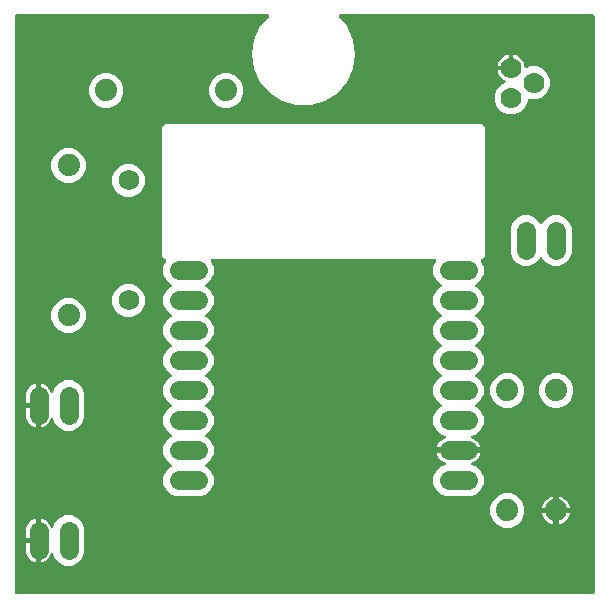
<source format=gbl>
G04 EAGLE Gerber X2 export*
%TF.Part,Single*%
%TF.FileFunction,Other,Bottom Copper Layer*%
%TF.FilePolarity,Positive*%
%TF.GenerationSoftware,Autodesk,EAGLE,9.1.3*%
%TF.CreationDate,2018-09-11T16:53:11Z*%
G75*
%MOMM*%
%FSLAX34Y34*%
%LPD*%
%AMOC8*
5,1,8,0,0,1.08239X$1,22.5*%
G01*
%ADD10C,1.609600*%
%ADD11C,1.879600*%
%ADD12C,1.625600*%
%ADD13C,1.778000*%
%ADD14C,1.727200*%

G36*
X495037Y5096D02*
X495037Y5096D01*
X495156Y5103D01*
X495194Y5116D01*
X495235Y5121D01*
X495345Y5164D01*
X495458Y5201D01*
X495493Y5223D01*
X495530Y5238D01*
X495626Y5308D01*
X495727Y5371D01*
X495755Y5401D01*
X495788Y5424D01*
X495864Y5516D01*
X495945Y5603D01*
X495965Y5638D01*
X495990Y5669D01*
X496041Y5777D01*
X496099Y5881D01*
X496109Y5921D01*
X496126Y5957D01*
X496148Y6074D01*
X496178Y6189D01*
X496182Y6250D01*
X496186Y6270D01*
X496184Y6290D01*
X496188Y6350D01*
X496188Y494919D01*
X496173Y495037D01*
X496166Y495156D01*
X496153Y495194D01*
X496148Y495235D01*
X496105Y495345D01*
X496068Y495458D01*
X496046Y495493D01*
X496031Y495530D01*
X495962Y495626D01*
X495898Y495727D01*
X495868Y495755D01*
X495845Y495788D01*
X495753Y495864D01*
X495666Y495945D01*
X495631Y495965D01*
X495600Y495990D01*
X495492Y496041D01*
X495388Y496099D01*
X495348Y496109D01*
X495312Y496126D01*
X495195Y496148D01*
X495080Y496178D01*
X495020Y496182D01*
X495000Y496186D01*
X494979Y496184D01*
X494919Y496188D01*
X280820Y496188D01*
X280727Y496176D01*
X280633Y496174D01*
X280570Y496157D01*
X280505Y496148D01*
X280417Y496114D01*
X280327Y496088D01*
X280270Y496055D01*
X280209Y496031D01*
X280133Y495976D01*
X280051Y495929D01*
X280005Y495883D01*
X279952Y495845D01*
X279892Y495772D01*
X279825Y495706D01*
X279791Y495650D01*
X279749Y495600D01*
X279709Y495515D01*
X279660Y495434D01*
X279641Y495371D01*
X279613Y495312D01*
X279596Y495220D01*
X279568Y495129D01*
X279566Y495064D01*
X279553Y495000D01*
X279559Y494906D01*
X279555Y494812D01*
X279569Y494747D01*
X279573Y494682D01*
X279602Y494593D01*
X279622Y494501D01*
X279651Y494442D01*
X279671Y494380D01*
X279721Y494300D01*
X279763Y494216D01*
X279832Y494126D01*
X279841Y494111D01*
X279848Y494104D01*
X279861Y494088D01*
X286742Y486147D01*
X291906Y474839D01*
X293675Y462534D01*
X291906Y450229D01*
X286742Y438921D01*
X278601Y429526D01*
X268143Y422805D01*
X256215Y419303D01*
X243784Y419303D01*
X231856Y422805D01*
X221398Y429526D01*
X213257Y438921D01*
X208093Y450229D01*
X206324Y462534D01*
X208093Y474839D01*
X213257Y486147D01*
X220138Y494088D01*
X220190Y494166D01*
X220250Y494238D01*
X220278Y494298D01*
X220315Y494352D01*
X220346Y494441D01*
X220386Y494526D01*
X220398Y494591D01*
X220420Y494652D01*
X220428Y494746D01*
X220446Y494839D01*
X220441Y494904D01*
X220447Y494969D01*
X220432Y495062D01*
X220426Y495156D01*
X220406Y495218D01*
X220395Y495283D01*
X220357Y495369D01*
X220328Y495458D01*
X220293Y495514D01*
X220266Y495574D01*
X220208Y495648D01*
X220158Y495727D01*
X220110Y495772D01*
X220069Y495824D01*
X219994Y495881D01*
X219926Y495945D01*
X219869Y495977D01*
X219816Y496017D01*
X219730Y496053D01*
X219647Y496099D01*
X219584Y496115D01*
X219524Y496141D01*
X219430Y496155D01*
X219340Y496178D01*
X219227Y496185D01*
X219209Y496188D01*
X219200Y496187D01*
X219179Y496188D01*
X6350Y496188D01*
X6232Y496173D01*
X6113Y496166D01*
X6075Y496153D01*
X6034Y496148D01*
X5924Y496105D01*
X5811Y496068D01*
X5776Y496046D01*
X5739Y496031D01*
X5643Y495962D01*
X5542Y495898D01*
X5514Y495868D01*
X5481Y495845D01*
X5405Y495753D01*
X5324Y495666D01*
X5304Y495631D01*
X5279Y495600D01*
X5228Y495492D01*
X5170Y495388D01*
X5160Y495348D01*
X5143Y495312D01*
X5121Y495195D01*
X5091Y495080D01*
X5087Y495020D01*
X5083Y495000D01*
X5085Y494979D01*
X5081Y494919D01*
X5081Y6350D01*
X5096Y6232D01*
X5103Y6113D01*
X5116Y6075D01*
X5121Y6034D01*
X5164Y5924D01*
X5201Y5811D01*
X5223Y5776D01*
X5238Y5739D01*
X5308Y5643D01*
X5371Y5542D01*
X5401Y5514D01*
X5424Y5481D01*
X5516Y5406D01*
X5603Y5324D01*
X5638Y5304D01*
X5669Y5279D01*
X5777Y5228D01*
X5881Y5170D01*
X5921Y5160D01*
X5957Y5143D01*
X6074Y5121D01*
X6189Y5091D01*
X6250Y5087D01*
X6270Y5083D01*
X6290Y5085D01*
X6350Y5081D01*
X494919Y5081D01*
X495037Y5096D01*
G37*
%LPC*%
G36*
X141645Y88391D02*
X141645Y88391D01*
X136790Y90402D01*
X133074Y94118D01*
X131063Y98973D01*
X131063Y104227D01*
X133074Y109082D01*
X136790Y112798D01*
X137585Y113127D01*
X137706Y113196D01*
X137829Y113261D01*
X137844Y113275D01*
X137862Y113285D01*
X137962Y113382D01*
X138064Y113475D01*
X138076Y113492D01*
X138090Y113506D01*
X138163Y113625D01*
X138239Y113741D01*
X138246Y113760D01*
X138256Y113777D01*
X138297Y113910D01*
X138342Y114042D01*
X138344Y114062D01*
X138350Y114081D01*
X138357Y114220D01*
X138368Y114359D01*
X138364Y114379D01*
X138365Y114399D01*
X138337Y114535D01*
X138313Y114672D01*
X138305Y114691D01*
X138301Y114710D01*
X138240Y114835D01*
X138183Y114962D01*
X138170Y114978D01*
X138161Y114996D01*
X138071Y115102D01*
X137984Y115210D01*
X137968Y115223D01*
X137955Y115238D01*
X137841Y115318D01*
X137730Y115402D01*
X137705Y115414D01*
X137695Y115421D01*
X137676Y115428D01*
X137585Y115473D01*
X136790Y115802D01*
X133074Y119518D01*
X131063Y124373D01*
X131063Y129627D01*
X133074Y134482D01*
X136790Y138198D01*
X137585Y138527D01*
X137706Y138596D01*
X137829Y138661D01*
X137844Y138675D01*
X137862Y138685D01*
X137962Y138782D01*
X138064Y138875D01*
X138076Y138892D01*
X138090Y138906D01*
X138163Y139025D01*
X138239Y139141D01*
X138246Y139160D01*
X138256Y139177D01*
X138297Y139310D01*
X138342Y139442D01*
X138344Y139462D01*
X138350Y139481D01*
X138357Y139620D01*
X138368Y139759D01*
X138364Y139779D01*
X138365Y139799D01*
X138337Y139935D01*
X138313Y140072D01*
X138305Y140091D01*
X138301Y140110D01*
X138240Y140235D01*
X138183Y140362D01*
X138170Y140378D01*
X138161Y140396D01*
X138071Y140502D01*
X137984Y140610D01*
X137968Y140623D01*
X137955Y140638D01*
X137841Y140718D01*
X137730Y140802D01*
X137705Y140814D01*
X137695Y140821D01*
X137676Y140828D01*
X137585Y140873D01*
X136790Y141202D01*
X133074Y144918D01*
X131063Y149773D01*
X131063Y155027D01*
X133074Y159882D01*
X136790Y163598D01*
X137585Y163927D01*
X137706Y163996D01*
X137829Y164061D01*
X137844Y164075D01*
X137862Y164085D01*
X137962Y164182D01*
X138064Y164275D01*
X138076Y164292D01*
X138090Y164306D01*
X138163Y164425D01*
X138239Y164541D01*
X138246Y164560D01*
X138256Y164577D01*
X138297Y164710D01*
X138342Y164842D01*
X138344Y164862D01*
X138350Y164881D01*
X138357Y165020D01*
X138368Y165159D01*
X138364Y165179D01*
X138365Y165199D01*
X138337Y165335D01*
X138313Y165472D01*
X138305Y165491D01*
X138301Y165510D01*
X138240Y165635D01*
X138183Y165762D01*
X138170Y165778D01*
X138161Y165796D01*
X138071Y165902D01*
X137984Y166010D01*
X137968Y166023D01*
X137955Y166038D01*
X137841Y166118D01*
X137730Y166202D01*
X137705Y166214D01*
X137695Y166221D01*
X137676Y166228D01*
X137585Y166273D01*
X136790Y166602D01*
X133074Y170318D01*
X131063Y175173D01*
X131063Y180427D01*
X133074Y185282D01*
X136790Y188998D01*
X137585Y189327D01*
X137706Y189396D01*
X137829Y189461D01*
X137844Y189475D01*
X137862Y189485D01*
X137962Y189582D01*
X138064Y189675D01*
X138076Y189692D01*
X138090Y189706D01*
X138163Y189825D01*
X138239Y189941D01*
X138246Y189960D01*
X138256Y189977D01*
X138297Y190110D01*
X138342Y190242D01*
X138344Y190262D01*
X138350Y190281D01*
X138357Y190420D01*
X138368Y190559D01*
X138364Y190579D01*
X138365Y190599D01*
X138337Y190735D01*
X138313Y190872D01*
X138305Y190891D01*
X138301Y190910D01*
X138240Y191035D01*
X138183Y191162D01*
X138170Y191178D01*
X138161Y191196D01*
X138071Y191302D01*
X137984Y191410D01*
X137968Y191423D01*
X137955Y191438D01*
X137841Y191518D01*
X137730Y191602D01*
X137705Y191614D01*
X137695Y191621D01*
X137676Y191628D01*
X137585Y191673D01*
X136790Y192002D01*
X133074Y195718D01*
X131063Y200573D01*
X131063Y205827D01*
X133074Y210682D01*
X136790Y214398D01*
X137585Y214727D01*
X137706Y214796D01*
X137829Y214861D01*
X137844Y214875D01*
X137862Y214885D01*
X137962Y214982D01*
X138064Y215075D01*
X138076Y215092D01*
X138090Y215106D01*
X138163Y215225D01*
X138239Y215341D01*
X138246Y215360D01*
X138256Y215377D01*
X138297Y215510D01*
X138342Y215642D01*
X138344Y215662D01*
X138350Y215681D01*
X138357Y215820D01*
X138368Y215959D01*
X138364Y215979D01*
X138365Y215999D01*
X138337Y216135D01*
X138313Y216272D01*
X138305Y216291D01*
X138301Y216310D01*
X138240Y216435D01*
X138183Y216562D01*
X138170Y216578D01*
X138161Y216596D01*
X138071Y216702D01*
X137984Y216810D01*
X137968Y216823D01*
X137955Y216838D01*
X137841Y216918D01*
X137730Y217002D01*
X137705Y217014D01*
X137695Y217021D01*
X137676Y217028D01*
X137585Y217073D01*
X136790Y217402D01*
X133074Y221118D01*
X131063Y225973D01*
X131063Y231227D01*
X133074Y236082D01*
X136790Y239798D01*
X137585Y240127D01*
X137706Y240196D01*
X137829Y240261D01*
X137844Y240275D01*
X137862Y240285D01*
X137962Y240382D01*
X138064Y240475D01*
X138076Y240492D01*
X138090Y240506D01*
X138163Y240625D01*
X138239Y240741D01*
X138246Y240760D01*
X138256Y240777D01*
X138297Y240910D01*
X138342Y241042D01*
X138344Y241062D01*
X138350Y241081D01*
X138357Y241220D01*
X138368Y241359D01*
X138364Y241379D01*
X138365Y241399D01*
X138337Y241535D01*
X138313Y241672D01*
X138305Y241691D01*
X138301Y241710D01*
X138240Y241835D01*
X138183Y241962D01*
X138170Y241978D01*
X138161Y241996D01*
X138071Y242102D01*
X137984Y242210D01*
X137968Y242223D01*
X137955Y242238D01*
X137841Y242318D01*
X137730Y242402D01*
X137705Y242414D01*
X137695Y242421D01*
X137676Y242428D01*
X137585Y242473D01*
X136790Y242802D01*
X133074Y246518D01*
X131063Y251373D01*
X131063Y256627D01*
X133074Y261482D01*
X136790Y265198D01*
X137585Y265527D01*
X137706Y265596D01*
X137829Y265661D01*
X137844Y265675D01*
X137862Y265685D01*
X137962Y265782D01*
X138064Y265875D01*
X138076Y265892D01*
X138090Y265906D01*
X138163Y266025D01*
X138239Y266141D01*
X138246Y266160D01*
X138256Y266177D01*
X138297Y266310D01*
X138342Y266442D01*
X138344Y266462D01*
X138350Y266481D01*
X138357Y266620D01*
X138368Y266759D01*
X138364Y266779D01*
X138365Y266799D01*
X138337Y266935D01*
X138313Y267072D01*
X138305Y267091D01*
X138301Y267110D01*
X138240Y267235D01*
X138183Y267362D01*
X138170Y267378D01*
X138161Y267396D01*
X138071Y267502D01*
X137984Y267610D01*
X137968Y267623D01*
X137955Y267638D01*
X137841Y267718D01*
X137730Y267802D01*
X137705Y267814D01*
X137695Y267821D01*
X137676Y267828D01*
X137585Y267873D01*
X136790Y268202D01*
X133074Y271918D01*
X131063Y276773D01*
X131063Y282027D01*
X133074Y286882D01*
X133076Y286884D01*
X133161Y286994D01*
X133250Y287101D01*
X133259Y287120D01*
X133271Y287136D01*
X133327Y287264D01*
X133386Y287389D01*
X133390Y287409D01*
X133398Y287428D01*
X133420Y287565D01*
X133446Y287702D01*
X133444Y287722D01*
X133448Y287742D01*
X133435Y287880D01*
X133426Y288019D01*
X133420Y288038D01*
X133418Y288058D01*
X133371Y288189D01*
X133328Y288321D01*
X133317Y288339D01*
X133310Y288358D01*
X133232Y288472D01*
X133158Y288590D01*
X133143Y288604D01*
X133132Y288621D01*
X133028Y288713D01*
X132926Y288808D01*
X132908Y288818D01*
X132893Y288831D01*
X132770Y288894D01*
X132648Y288962D01*
X132628Y288967D01*
X132610Y288976D01*
X132474Y289006D01*
X132340Y289041D01*
X132312Y289043D01*
X132300Y289046D01*
X132279Y289045D01*
X132179Y289051D01*
X132087Y289051D01*
X130301Y290837D01*
X130301Y401313D01*
X132087Y403099D01*
X401313Y403099D01*
X403099Y401313D01*
X403099Y290837D01*
X401313Y289051D01*
X401221Y289051D01*
X401083Y289034D01*
X400944Y289021D01*
X400925Y289014D01*
X400905Y289011D01*
X400776Y288960D01*
X400645Y288913D01*
X400629Y288902D01*
X400610Y288894D01*
X400497Y288813D01*
X400382Y288735D01*
X400369Y288719D01*
X400352Y288708D01*
X400264Y288600D01*
X400172Y288496D01*
X400162Y288478D01*
X400150Y288463D01*
X400090Y288337D01*
X400027Y288213D01*
X400023Y288193D01*
X400014Y288175D01*
X399988Y288038D01*
X399957Y287903D01*
X399958Y287882D01*
X399954Y287863D01*
X399963Y287724D01*
X399967Y287585D01*
X399973Y287565D01*
X399974Y287545D01*
X400017Y287413D01*
X400056Y287279D01*
X400066Y287262D01*
X400072Y287243D01*
X400147Y287125D01*
X400217Y287005D01*
X400236Y286984D01*
X400242Y286974D01*
X400257Y286960D01*
X400324Y286884D01*
X400326Y286882D01*
X402337Y282027D01*
X402337Y276773D01*
X400326Y271918D01*
X396610Y268202D01*
X395815Y267873D01*
X395694Y267804D01*
X395571Y267739D01*
X395556Y267725D01*
X395538Y267715D01*
X395438Y267618D01*
X395336Y267525D01*
X395324Y267508D01*
X395310Y267494D01*
X395237Y267375D01*
X395161Y267259D01*
X395154Y267240D01*
X395144Y267223D01*
X395103Y267090D01*
X395058Y266958D01*
X395056Y266938D01*
X395050Y266919D01*
X395043Y266780D01*
X395032Y266641D01*
X395036Y266621D01*
X395035Y266601D01*
X395063Y266465D01*
X395087Y266328D01*
X395095Y266310D01*
X395099Y266290D01*
X395160Y266164D01*
X395217Y266038D01*
X395230Y266022D01*
X395239Y266004D01*
X395330Y265898D01*
X395416Y265790D01*
X395432Y265777D01*
X395445Y265762D01*
X395560Y265681D01*
X395670Y265598D01*
X395695Y265586D01*
X395705Y265579D01*
X395725Y265572D01*
X395815Y265527D01*
X396610Y265198D01*
X400326Y261482D01*
X402337Y256627D01*
X402337Y251373D01*
X400326Y246518D01*
X396610Y242802D01*
X395815Y242473D01*
X395694Y242404D01*
X395571Y242339D01*
X395556Y242325D01*
X395538Y242315D01*
X395438Y242218D01*
X395336Y242125D01*
X395324Y242108D01*
X395310Y242094D01*
X395237Y241975D01*
X395161Y241859D01*
X395154Y241840D01*
X395144Y241823D01*
X395103Y241690D01*
X395058Y241558D01*
X395056Y241538D01*
X395050Y241519D01*
X395043Y241380D01*
X395032Y241241D01*
X395036Y241221D01*
X395035Y241201D01*
X395063Y241065D01*
X395087Y240928D01*
X395095Y240910D01*
X395099Y240890D01*
X395160Y240764D01*
X395217Y240638D01*
X395230Y240622D01*
X395239Y240604D01*
X395330Y240498D01*
X395416Y240390D01*
X395432Y240377D01*
X395445Y240362D01*
X395560Y240281D01*
X395670Y240198D01*
X395695Y240186D01*
X395705Y240179D01*
X395725Y240172D01*
X395815Y240127D01*
X396610Y239798D01*
X400326Y236082D01*
X402337Y231227D01*
X402337Y225973D01*
X400326Y221118D01*
X396610Y217402D01*
X395815Y217073D01*
X395694Y217004D01*
X395571Y216939D01*
X395556Y216925D01*
X395538Y216915D01*
X395438Y216818D01*
X395336Y216725D01*
X395324Y216708D01*
X395310Y216694D01*
X395237Y216575D01*
X395161Y216459D01*
X395154Y216440D01*
X395144Y216423D01*
X395103Y216290D01*
X395058Y216158D01*
X395056Y216138D01*
X395050Y216119D01*
X395043Y215980D01*
X395032Y215841D01*
X395036Y215821D01*
X395035Y215801D01*
X395063Y215665D01*
X395087Y215528D01*
X395095Y215510D01*
X395099Y215490D01*
X395160Y215364D01*
X395217Y215238D01*
X395230Y215222D01*
X395239Y215204D01*
X395330Y215098D01*
X395416Y214990D01*
X395432Y214977D01*
X395445Y214962D01*
X395560Y214881D01*
X395670Y214798D01*
X395695Y214786D01*
X395705Y214779D01*
X395725Y214772D01*
X395815Y214727D01*
X396610Y214398D01*
X400326Y210682D01*
X402337Y205827D01*
X402337Y200573D01*
X400326Y195718D01*
X396610Y192002D01*
X395815Y191673D01*
X395694Y191604D01*
X395571Y191539D01*
X395556Y191525D01*
X395538Y191515D01*
X395438Y191418D01*
X395336Y191325D01*
X395324Y191308D01*
X395310Y191294D01*
X395237Y191175D01*
X395161Y191059D01*
X395154Y191040D01*
X395144Y191023D01*
X395103Y190890D01*
X395058Y190758D01*
X395056Y190738D01*
X395050Y190719D01*
X395043Y190580D01*
X395032Y190441D01*
X395036Y190421D01*
X395035Y190401D01*
X395063Y190265D01*
X395087Y190128D01*
X395095Y190110D01*
X395099Y190090D01*
X395160Y189964D01*
X395217Y189838D01*
X395230Y189822D01*
X395239Y189804D01*
X395330Y189698D01*
X395416Y189590D01*
X395432Y189577D01*
X395445Y189562D01*
X395560Y189481D01*
X395670Y189398D01*
X395695Y189386D01*
X395705Y189379D01*
X395725Y189372D01*
X395815Y189327D01*
X396610Y188998D01*
X400326Y185282D01*
X402337Y180427D01*
X402337Y175173D01*
X400326Y170318D01*
X396610Y166602D01*
X395815Y166273D01*
X395694Y166204D01*
X395571Y166139D01*
X395556Y166125D01*
X395538Y166115D01*
X395438Y166018D01*
X395336Y165925D01*
X395324Y165908D01*
X395310Y165894D01*
X395237Y165775D01*
X395161Y165659D01*
X395154Y165640D01*
X395144Y165623D01*
X395103Y165490D01*
X395058Y165358D01*
X395056Y165338D01*
X395050Y165319D01*
X395043Y165180D01*
X395032Y165041D01*
X395036Y165021D01*
X395035Y165001D01*
X395063Y164865D01*
X395087Y164728D01*
X395095Y164710D01*
X395099Y164690D01*
X395160Y164564D01*
X395217Y164438D01*
X395230Y164422D01*
X395239Y164404D01*
X395330Y164298D01*
X395416Y164190D01*
X395432Y164177D01*
X395445Y164162D01*
X395560Y164081D01*
X395670Y163998D01*
X395695Y163986D01*
X395705Y163979D01*
X395725Y163972D01*
X395815Y163927D01*
X396610Y163598D01*
X400326Y159882D01*
X402337Y155027D01*
X402337Y149773D01*
X400326Y144918D01*
X396610Y141202D01*
X392462Y139484D01*
X392436Y139469D01*
X392407Y139460D01*
X392298Y139390D01*
X392186Y139326D01*
X392164Y139306D01*
X392139Y139290D01*
X392050Y139195D01*
X391957Y139105D01*
X391942Y139080D01*
X391921Y139058D01*
X391859Y138944D01*
X391791Y138834D01*
X391782Y138805D01*
X391768Y138779D01*
X391735Y138653D01*
X391697Y138530D01*
X391696Y138500D01*
X391688Y138471D01*
X391688Y138341D01*
X391682Y138212D01*
X391688Y138183D01*
X391688Y138153D01*
X391720Y138028D01*
X391746Y137901D01*
X391760Y137874D01*
X391767Y137845D01*
X391829Y137732D01*
X391886Y137615D01*
X391906Y137592D01*
X391920Y137566D01*
X392008Y137472D01*
X392093Y137373D01*
X392117Y137356D01*
X392137Y137334D01*
X392247Y137265D01*
X392353Y137190D01*
X392381Y137180D01*
X392406Y137163D01*
X392555Y137104D01*
X393223Y136887D01*
X394720Y136125D01*
X396078Y135138D01*
X397266Y133950D01*
X398253Y132592D01*
X399015Y131095D01*
X399521Y129539D01*
X382270Y129539D01*
X382152Y129524D01*
X382033Y129517D01*
X381995Y129504D01*
X381955Y129499D01*
X381844Y129456D01*
X381731Y129419D01*
X381697Y129397D01*
X381659Y129382D01*
X381563Y129312D01*
X381462Y129249D01*
X381434Y129219D01*
X381402Y129195D01*
X381326Y129104D01*
X381244Y129017D01*
X381225Y128982D01*
X381199Y128951D01*
X381148Y128843D01*
X381091Y128739D01*
X381080Y128699D01*
X381063Y128663D01*
X381041Y128546D01*
X381011Y128431D01*
X381007Y128370D01*
X381003Y128350D01*
X381005Y128330D01*
X381001Y128270D01*
X381001Y125730D01*
X381016Y125612D01*
X381023Y125493D01*
X381036Y125455D01*
X381041Y125414D01*
X381085Y125304D01*
X381121Y125191D01*
X381143Y125156D01*
X381158Y125119D01*
X381228Y125023D01*
X381291Y124922D01*
X381321Y124894D01*
X381345Y124861D01*
X381436Y124786D01*
X381523Y124704D01*
X381558Y124684D01*
X381590Y124659D01*
X381697Y124608D01*
X381802Y124550D01*
X381841Y124540D01*
X381877Y124523D01*
X381994Y124501D01*
X382109Y124471D01*
X382170Y124467D01*
X382190Y124463D01*
X382210Y124465D01*
X382270Y124461D01*
X399521Y124461D01*
X399015Y122905D01*
X398253Y121408D01*
X397266Y120050D01*
X396078Y118862D01*
X394720Y117875D01*
X393223Y117113D01*
X392555Y116896D01*
X392528Y116883D01*
X392499Y116876D01*
X392385Y116816D01*
X392268Y116760D01*
X392245Y116741D01*
X392218Y116727D01*
X392122Y116640D01*
X392023Y116558D01*
X392005Y116534D01*
X391983Y116514D01*
X391911Y116405D01*
X391836Y116301D01*
X391825Y116273D01*
X391808Y116248D01*
X391766Y116125D01*
X391718Y116005D01*
X391715Y115975D01*
X391705Y115947D01*
X391695Y115818D01*
X391678Y115689D01*
X391682Y115660D01*
X391680Y115630D01*
X391702Y115502D01*
X391718Y115374D01*
X391729Y115346D01*
X391734Y115317D01*
X391787Y115199D01*
X391835Y115078D01*
X391852Y115054D01*
X391865Y115027D01*
X391945Y114926D01*
X392022Y114821D01*
X392045Y114802D01*
X392063Y114778D01*
X392167Y114700D01*
X392266Y114618D01*
X392293Y114605D01*
X392317Y114587D01*
X392462Y114516D01*
X396610Y112798D01*
X400326Y109082D01*
X402337Y104227D01*
X402337Y98973D01*
X400326Y94118D01*
X396610Y90402D01*
X391755Y88391D01*
X370245Y88391D01*
X365390Y90402D01*
X361674Y94118D01*
X359663Y98973D01*
X359663Y104227D01*
X361674Y109082D01*
X365390Y112798D01*
X369538Y114516D01*
X369564Y114531D01*
X369593Y114540D01*
X369702Y114610D01*
X369814Y114674D01*
X369836Y114694D01*
X369861Y114710D01*
X369950Y114805D01*
X370043Y114895D01*
X370058Y114920D01*
X370079Y114942D01*
X370141Y115056D01*
X370209Y115166D01*
X370218Y115195D01*
X370232Y115221D01*
X370265Y115347D01*
X370303Y115470D01*
X370304Y115500D01*
X370312Y115529D01*
X370312Y115659D01*
X370318Y115788D01*
X370312Y115817D01*
X370312Y115847D01*
X370280Y115972D01*
X370254Y116099D01*
X370240Y116126D01*
X370233Y116155D01*
X370171Y116268D01*
X370114Y116385D01*
X370094Y116408D01*
X370080Y116434D01*
X369992Y116528D01*
X369907Y116627D01*
X369883Y116644D01*
X369863Y116666D01*
X369753Y116735D01*
X369647Y116810D01*
X369619Y116820D01*
X369594Y116837D01*
X369445Y116896D01*
X368777Y117113D01*
X367280Y117875D01*
X365922Y118862D01*
X364734Y120050D01*
X363747Y121408D01*
X362985Y122905D01*
X362479Y124461D01*
X379730Y124461D01*
X379848Y124476D01*
X379967Y124483D01*
X380005Y124496D01*
X380045Y124501D01*
X380156Y124544D01*
X380269Y124581D01*
X380303Y124603D01*
X380341Y124618D01*
X380437Y124688D01*
X380538Y124751D01*
X380566Y124781D01*
X380598Y124804D01*
X380674Y124896D01*
X380756Y124983D01*
X380775Y125018D01*
X380801Y125049D01*
X380852Y125157D01*
X380909Y125261D01*
X380920Y125301D01*
X380937Y125337D01*
X380959Y125454D01*
X380989Y125569D01*
X380993Y125630D01*
X380997Y125650D01*
X380995Y125670D01*
X380999Y125730D01*
X380999Y128270D01*
X380984Y128388D01*
X380977Y128507D01*
X380964Y128545D01*
X380959Y128585D01*
X380915Y128696D01*
X380879Y128809D01*
X380857Y128844D01*
X380842Y128881D01*
X380772Y128977D01*
X380709Y129078D01*
X380679Y129106D01*
X380655Y129139D01*
X380564Y129214D01*
X380477Y129296D01*
X380442Y129316D01*
X380410Y129341D01*
X380303Y129392D01*
X380198Y129450D01*
X380159Y129460D01*
X380123Y129477D01*
X380006Y129499D01*
X379891Y129529D01*
X379830Y129533D01*
X379810Y129537D01*
X379790Y129535D01*
X379730Y129539D01*
X362479Y129539D01*
X362985Y131095D01*
X363747Y132592D01*
X364734Y133950D01*
X365922Y135138D01*
X367280Y136125D01*
X368777Y136887D01*
X369445Y137104D01*
X369472Y137117D01*
X369501Y137124D01*
X369615Y137184D01*
X369732Y137240D01*
X369755Y137259D01*
X369782Y137273D01*
X369878Y137360D01*
X369977Y137442D01*
X369995Y137466D01*
X370017Y137486D01*
X370089Y137595D01*
X370164Y137699D01*
X370175Y137727D01*
X370192Y137752D01*
X370234Y137875D01*
X370282Y137995D01*
X370285Y138025D01*
X370295Y138053D01*
X370305Y138182D01*
X370322Y138311D01*
X370318Y138340D01*
X370320Y138370D01*
X370298Y138498D01*
X370282Y138626D01*
X370271Y138654D01*
X370266Y138683D01*
X370213Y138801D01*
X370165Y138922D01*
X370148Y138946D01*
X370135Y138973D01*
X370055Y139074D01*
X369978Y139179D01*
X369955Y139198D01*
X369937Y139222D01*
X369833Y139300D01*
X369734Y139382D01*
X369707Y139395D01*
X369683Y139413D01*
X369538Y139484D01*
X365390Y141202D01*
X361674Y144918D01*
X359663Y149773D01*
X359663Y155027D01*
X361674Y159882D01*
X365390Y163598D01*
X366185Y163927D01*
X366306Y163996D01*
X366429Y164061D01*
X366444Y164075D01*
X366462Y164085D01*
X366562Y164182D01*
X366664Y164275D01*
X366676Y164292D01*
X366690Y164306D01*
X366763Y164425D01*
X366839Y164541D01*
X366846Y164560D01*
X366856Y164577D01*
X366897Y164710D01*
X366942Y164842D01*
X366944Y164862D01*
X366950Y164881D01*
X366957Y165020D01*
X366968Y165159D01*
X366964Y165179D01*
X366965Y165199D01*
X366937Y165335D01*
X366913Y165472D01*
X366905Y165491D01*
X366901Y165510D01*
X366840Y165635D01*
X366783Y165762D01*
X366770Y165778D01*
X366761Y165796D01*
X366671Y165902D01*
X366584Y166010D01*
X366568Y166023D01*
X366555Y166038D01*
X366441Y166118D01*
X366330Y166202D01*
X366305Y166214D01*
X366295Y166221D01*
X366276Y166228D01*
X366185Y166273D01*
X365390Y166602D01*
X361674Y170318D01*
X359663Y175173D01*
X359663Y180427D01*
X361674Y185282D01*
X365390Y188998D01*
X366185Y189327D01*
X366306Y189396D01*
X366429Y189461D01*
X366444Y189475D01*
X366462Y189485D01*
X366562Y189582D01*
X366664Y189675D01*
X366676Y189692D01*
X366690Y189706D01*
X366763Y189825D01*
X366839Y189941D01*
X366846Y189960D01*
X366856Y189977D01*
X366897Y190110D01*
X366942Y190242D01*
X366944Y190262D01*
X366950Y190281D01*
X366957Y190420D01*
X366968Y190559D01*
X366964Y190579D01*
X366965Y190599D01*
X366937Y190735D01*
X366913Y190872D01*
X366905Y190891D01*
X366901Y190910D01*
X366840Y191035D01*
X366783Y191162D01*
X366770Y191178D01*
X366761Y191196D01*
X366671Y191302D01*
X366584Y191410D01*
X366568Y191423D01*
X366555Y191438D01*
X366441Y191518D01*
X366330Y191602D01*
X366305Y191614D01*
X366295Y191621D01*
X366276Y191628D01*
X366185Y191673D01*
X365390Y192002D01*
X361674Y195718D01*
X359663Y200573D01*
X359663Y205827D01*
X361674Y210682D01*
X365390Y214398D01*
X366185Y214727D01*
X366306Y214796D01*
X366429Y214861D01*
X366444Y214875D01*
X366462Y214885D01*
X366562Y214982D01*
X366664Y215075D01*
X366676Y215092D01*
X366690Y215106D01*
X366763Y215225D01*
X366839Y215341D01*
X366846Y215360D01*
X366856Y215377D01*
X366897Y215510D01*
X366942Y215642D01*
X366944Y215662D01*
X366950Y215681D01*
X366957Y215820D01*
X366968Y215959D01*
X366964Y215979D01*
X366965Y215999D01*
X366937Y216135D01*
X366913Y216272D01*
X366905Y216291D01*
X366901Y216310D01*
X366840Y216435D01*
X366783Y216562D01*
X366770Y216578D01*
X366761Y216596D01*
X366671Y216702D01*
X366584Y216810D01*
X366568Y216823D01*
X366555Y216838D01*
X366441Y216918D01*
X366330Y217002D01*
X366305Y217014D01*
X366295Y217021D01*
X366276Y217028D01*
X366185Y217073D01*
X365390Y217402D01*
X361674Y221118D01*
X359663Y225973D01*
X359663Y231227D01*
X361674Y236082D01*
X365390Y239798D01*
X366185Y240127D01*
X366306Y240196D01*
X366429Y240261D01*
X366444Y240275D01*
X366462Y240285D01*
X366562Y240382D01*
X366664Y240475D01*
X366676Y240492D01*
X366690Y240506D01*
X366763Y240625D01*
X366839Y240741D01*
X366846Y240760D01*
X366856Y240777D01*
X366897Y240910D01*
X366942Y241042D01*
X366944Y241062D01*
X366950Y241081D01*
X366957Y241220D01*
X366968Y241359D01*
X366964Y241379D01*
X366965Y241399D01*
X366937Y241535D01*
X366913Y241672D01*
X366905Y241691D01*
X366901Y241710D01*
X366840Y241835D01*
X366783Y241962D01*
X366770Y241978D01*
X366761Y241996D01*
X366671Y242102D01*
X366584Y242210D01*
X366568Y242223D01*
X366555Y242238D01*
X366441Y242318D01*
X366330Y242402D01*
X366305Y242414D01*
X366295Y242421D01*
X366276Y242428D01*
X366185Y242473D01*
X365390Y242802D01*
X361674Y246518D01*
X359663Y251373D01*
X359663Y256627D01*
X361674Y261482D01*
X365390Y265198D01*
X366185Y265527D01*
X366306Y265596D01*
X366429Y265661D01*
X366444Y265675D01*
X366462Y265685D01*
X366562Y265782D01*
X366664Y265875D01*
X366676Y265892D01*
X366690Y265906D01*
X366763Y266025D01*
X366839Y266141D01*
X366846Y266160D01*
X366856Y266177D01*
X366897Y266310D01*
X366942Y266442D01*
X366944Y266462D01*
X366950Y266481D01*
X366957Y266620D01*
X366968Y266759D01*
X366964Y266779D01*
X366965Y266799D01*
X366937Y266935D01*
X366913Y267072D01*
X366905Y267091D01*
X366901Y267110D01*
X366840Y267235D01*
X366783Y267362D01*
X366770Y267378D01*
X366761Y267396D01*
X366671Y267502D01*
X366584Y267610D01*
X366568Y267623D01*
X366555Y267638D01*
X366441Y267718D01*
X366330Y267802D01*
X366305Y267814D01*
X366295Y267821D01*
X366276Y267828D01*
X366185Y267873D01*
X365390Y268202D01*
X361674Y271918D01*
X359663Y276773D01*
X359663Y282027D01*
X361674Y286882D01*
X361676Y286884D01*
X361761Y286994D01*
X361850Y287101D01*
X361859Y287120D01*
X361871Y287136D01*
X361927Y287264D01*
X361986Y287389D01*
X361990Y287409D01*
X361998Y287428D01*
X362020Y287565D01*
X362046Y287702D01*
X362044Y287722D01*
X362048Y287742D01*
X362035Y287880D01*
X362026Y288019D01*
X362020Y288038D01*
X362018Y288058D01*
X361971Y288189D01*
X361928Y288321D01*
X361917Y288339D01*
X361910Y288358D01*
X361832Y288472D01*
X361758Y288590D01*
X361743Y288604D01*
X361732Y288621D01*
X361628Y288713D01*
X361526Y288808D01*
X361508Y288818D01*
X361493Y288831D01*
X361370Y288894D01*
X361248Y288962D01*
X361228Y288967D01*
X361210Y288976D01*
X361074Y289006D01*
X360940Y289041D01*
X360912Y289043D01*
X360900Y289046D01*
X360879Y289045D01*
X360779Y289051D01*
X172621Y289051D01*
X172483Y289034D01*
X172344Y289021D01*
X172325Y289014D01*
X172305Y289011D01*
X172176Y288960D01*
X172045Y288913D01*
X172029Y288902D01*
X172010Y288894D01*
X171897Y288813D01*
X171782Y288735D01*
X171769Y288719D01*
X171752Y288708D01*
X171664Y288600D01*
X171572Y288496D01*
X171562Y288478D01*
X171550Y288463D01*
X171490Y288337D01*
X171427Y288213D01*
X171423Y288193D01*
X171414Y288175D01*
X171388Y288038D01*
X171357Y287903D01*
X171358Y287882D01*
X171354Y287863D01*
X171363Y287724D01*
X171367Y287585D01*
X171373Y287565D01*
X171374Y287545D01*
X171417Y287413D01*
X171456Y287279D01*
X171466Y287262D01*
X171472Y287243D01*
X171547Y287125D01*
X171617Y287005D01*
X171636Y286984D01*
X171642Y286974D01*
X171657Y286960D01*
X171724Y286884D01*
X171726Y286882D01*
X173737Y282027D01*
X173737Y276773D01*
X171726Y271918D01*
X168010Y268202D01*
X167215Y267873D01*
X167094Y267804D01*
X166971Y267739D01*
X166956Y267725D01*
X166938Y267715D01*
X166838Y267618D01*
X166736Y267525D01*
X166724Y267508D01*
X166710Y267494D01*
X166637Y267375D01*
X166561Y267259D01*
X166554Y267240D01*
X166544Y267223D01*
X166503Y267090D01*
X166458Y266958D01*
X166456Y266938D01*
X166450Y266919D01*
X166443Y266780D01*
X166432Y266641D01*
X166436Y266621D01*
X166435Y266601D01*
X166463Y266465D01*
X166487Y266328D01*
X166495Y266310D01*
X166499Y266290D01*
X166560Y266164D01*
X166617Y266038D01*
X166630Y266022D01*
X166639Y266004D01*
X166730Y265898D01*
X166816Y265790D01*
X166832Y265777D01*
X166845Y265762D01*
X166960Y265681D01*
X167070Y265598D01*
X167095Y265586D01*
X167105Y265579D01*
X167125Y265572D01*
X167215Y265527D01*
X168010Y265198D01*
X171726Y261482D01*
X173737Y256627D01*
X173737Y251373D01*
X171726Y246518D01*
X168010Y242802D01*
X167215Y242473D01*
X167094Y242404D01*
X166971Y242339D01*
X166956Y242325D01*
X166938Y242315D01*
X166838Y242218D01*
X166736Y242125D01*
X166724Y242108D01*
X166710Y242094D01*
X166637Y241975D01*
X166561Y241859D01*
X166554Y241840D01*
X166544Y241823D01*
X166503Y241690D01*
X166458Y241558D01*
X166456Y241538D01*
X166450Y241519D01*
X166443Y241380D01*
X166432Y241241D01*
X166436Y241221D01*
X166435Y241201D01*
X166463Y241065D01*
X166487Y240928D01*
X166495Y240910D01*
X166499Y240890D01*
X166560Y240764D01*
X166617Y240638D01*
X166630Y240622D01*
X166639Y240604D01*
X166730Y240498D01*
X166816Y240390D01*
X166832Y240377D01*
X166845Y240362D01*
X166960Y240281D01*
X167070Y240198D01*
X167095Y240186D01*
X167105Y240179D01*
X167125Y240172D01*
X167215Y240127D01*
X168010Y239798D01*
X171726Y236082D01*
X173737Y231227D01*
X173737Y225973D01*
X171726Y221118D01*
X168010Y217402D01*
X167215Y217073D01*
X167094Y217004D01*
X166971Y216939D01*
X166956Y216925D01*
X166938Y216915D01*
X166838Y216818D01*
X166736Y216725D01*
X166724Y216708D01*
X166710Y216694D01*
X166637Y216575D01*
X166561Y216459D01*
X166554Y216440D01*
X166544Y216423D01*
X166503Y216290D01*
X166458Y216158D01*
X166456Y216138D01*
X166450Y216119D01*
X166443Y215980D01*
X166432Y215841D01*
X166436Y215821D01*
X166435Y215801D01*
X166463Y215665D01*
X166487Y215528D01*
X166495Y215510D01*
X166499Y215490D01*
X166560Y215364D01*
X166617Y215238D01*
X166630Y215222D01*
X166639Y215204D01*
X166730Y215098D01*
X166816Y214990D01*
X166832Y214977D01*
X166845Y214962D01*
X166960Y214881D01*
X167070Y214798D01*
X167095Y214786D01*
X167105Y214779D01*
X167125Y214772D01*
X167215Y214727D01*
X168010Y214398D01*
X171726Y210682D01*
X173737Y205827D01*
X173737Y200573D01*
X171726Y195718D01*
X168010Y192002D01*
X167215Y191673D01*
X167094Y191604D01*
X166971Y191539D01*
X166956Y191525D01*
X166938Y191515D01*
X166838Y191418D01*
X166736Y191325D01*
X166724Y191308D01*
X166710Y191294D01*
X166637Y191175D01*
X166561Y191059D01*
X166554Y191040D01*
X166544Y191023D01*
X166503Y190890D01*
X166458Y190758D01*
X166456Y190738D01*
X166450Y190719D01*
X166443Y190580D01*
X166432Y190441D01*
X166436Y190421D01*
X166435Y190401D01*
X166463Y190265D01*
X166487Y190128D01*
X166495Y190110D01*
X166499Y190090D01*
X166560Y189964D01*
X166617Y189838D01*
X166630Y189822D01*
X166639Y189804D01*
X166730Y189698D01*
X166816Y189590D01*
X166832Y189577D01*
X166845Y189562D01*
X166960Y189481D01*
X167070Y189398D01*
X167095Y189386D01*
X167105Y189379D01*
X167125Y189372D01*
X167215Y189327D01*
X168010Y188998D01*
X171726Y185282D01*
X173737Y180427D01*
X173737Y175173D01*
X171726Y170318D01*
X168010Y166602D01*
X167215Y166273D01*
X167094Y166204D01*
X166971Y166139D01*
X166956Y166125D01*
X166938Y166115D01*
X166838Y166018D01*
X166736Y165925D01*
X166724Y165908D01*
X166710Y165894D01*
X166637Y165775D01*
X166561Y165659D01*
X166554Y165640D01*
X166544Y165623D01*
X166503Y165490D01*
X166458Y165358D01*
X166456Y165338D01*
X166450Y165319D01*
X166443Y165180D01*
X166432Y165041D01*
X166436Y165021D01*
X166435Y165001D01*
X166463Y164865D01*
X166487Y164728D01*
X166495Y164710D01*
X166499Y164690D01*
X166560Y164564D01*
X166617Y164438D01*
X166630Y164422D01*
X166639Y164404D01*
X166730Y164298D01*
X166816Y164190D01*
X166832Y164177D01*
X166845Y164162D01*
X166960Y164081D01*
X167070Y163998D01*
X167095Y163986D01*
X167105Y163979D01*
X167125Y163972D01*
X167215Y163927D01*
X168010Y163598D01*
X171726Y159882D01*
X173737Y155027D01*
X173737Y149773D01*
X171726Y144918D01*
X168010Y141202D01*
X167215Y140873D01*
X167094Y140804D01*
X166971Y140739D01*
X166956Y140725D01*
X166938Y140715D01*
X166838Y140618D01*
X166736Y140525D01*
X166724Y140508D01*
X166710Y140494D01*
X166637Y140375D01*
X166561Y140259D01*
X166554Y140240D01*
X166544Y140223D01*
X166503Y140090D01*
X166458Y139958D01*
X166456Y139938D01*
X166450Y139919D01*
X166443Y139780D01*
X166432Y139641D01*
X166436Y139621D01*
X166435Y139601D01*
X166463Y139464D01*
X166487Y139328D01*
X166495Y139310D01*
X166499Y139290D01*
X166560Y139164D01*
X166617Y139038D01*
X166630Y139022D01*
X166639Y139004D01*
X166730Y138898D01*
X166816Y138790D01*
X166832Y138777D01*
X166845Y138762D01*
X166960Y138681D01*
X167070Y138598D01*
X167095Y138586D01*
X167105Y138579D01*
X167125Y138572D01*
X167215Y138527D01*
X168010Y138198D01*
X171726Y134482D01*
X173737Y129627D01*
X173737Y124373D01*
X171726Y119518D01*
X168010Y115802D01*
X167215Y115473D01*
X167094Y115404D01*
X166971Y115339D01*
X166956Y115325D01*
X166938Y115315D01*
X166838Y115218D01*
X166736Y115125D01*
X166724Y115108D01*
X166710Y115094D01*
X166637Y114975D01*
X166561Y114859D01*
X166554Y114840D01*
X166544Y114823D01*
X166503Y114690D01*
X166458Y114558D01*
X166456Y114538D01*
X166450Y114519D01*
X166443Y114380D01*
X166432Y114241D01*
X166436Y114221D01*
X166435Y114201D01*
X166463Y114065D01*
X166487Y113928D01*
X166495Y113910D01*
X166499Y113890D01*
X166560Y113764D01*
X166617Y113638D01*
X166630Y113622D01*
X166639Y113604D01*
X166730Y113498D01*
X166816Y113390D01*
X166832Y113377D01*
X166845Y113362D01*
X166960Y113281D01*
X167070Y113198D01*
X167095Y113186D01*
X167105Y113179D01*
X167125Y113172D01*
X167215Y113127D01*
X168010Y112798D01*
X171726Y109082D01*
X173737Y104227D01*
X173737Y98973D01*
X171726Y94118D01*
X168010Y90402D01*
X163155Y88391D01*
X141645Y88391D01*
G37*
%LPD*%
%LPC*%
G36*
X435538Y283623D02*
X435538Y283623D01*
X430713Y285622D01*
X427020Y289315D01*
X425021Y294140D01*
X425021Y315460D01*
X427020Y320285D01*
X430713Y323978D01*
X435538Y325977D01*
X440762Y325977D01*
X445587Y323978D01*
X449280Y320285D01*
X449677Y319325D01*
X449683Y319316D01*
X449683Y319315D01*
X449684Y319314D01*
X449746Y319205D01*
X449811Y319082D01*
X449825Y319067D01*
X449835Y319049D01*
X449931Y318950D01*
X450025Y318846D01*
X450042Y318835D01*
X450056Y318821D01*
X450175Y318748D01*
X450291Y318672D01*
X450310Y318665D01*
X450327Y318655D01*
X450460Y318614D01*
X450592Y318568D01*
X450612Y318567D01*
X450631Y318561D01*
X450770Y318554D01*
X450909Y318543D01*
X450929Y318547D01*
X450949Y318546D01*
X451085Y318574D01*
X451222Y318598D01*
X451241Y318606D01*
X451260Y318610D01*
X451385Y318671D01*
X451512Y318728D01*
X451528Y318741D01*
X451546Y318750D01*
X451652Y318840D01*
X451760Y318927D01*
X451773Y318943D01*
X451788Y318956D01*
X451868Y319069D01*
X451952Y319181D01*
X451964Y319206D01*
X451971Y319216D01*
X451978Y319235D01*
X452023Y319325D01*
X452420Y320285D01*
X456113Y323978D01*
X460938Y325977D01*
X466162Y325977D01*
X470987Y323978D01*
X474680Y320285D01*
X476679Y315460D01*
X476679Y294140D01*
X474680Y289315D01*
X470987Y285622D01*
X466162Y283623D01*
X460938Y283623D01*
X456113Y285622D01*
X452420Y289315D01*
X452023Y290275D01*
X451954Y290395D01*
X451889Y290518D01*
X451875Y290533D01*
X451865Y290551D01*
X451768Y290651D01*
X451675Y290754D01*
X451658Y290765D01*
X451644Y290779D01*
X451525Y290852D01*
X451409Y290928D01*
X451390Y290935D01*
X451373Y290945D01*
X451240Y290986D01*
X451108Y291032D01*
X451088Y291033D01*
X451069Y291039D01*
X450930Y291046D01*
X450791Y291057D01*
X450771Y291053D01*
X450751Y291054D01*
X450615Y291026D01*
X450478Y291002D01*
X450459Y290994D01*
X450440Y290990D01*
X450315Y290929D01*
X450188Y290872D01*
X450172Y290859D01*
X450154Y290850D01*
X450048Y290760D01*
X449940Y290673D01*
X449927Y290657D01*
X449912Y290644D01*
X449832Y290530D01*
X449748Y290419D01*
X449736Y290394D01*
X449729Y290384D01*
X449722Y290365D01*
X449677Y290275D01*
X449280Y289315D01*
X445587Y285622D01*
X440762Y283623D01*
X435538Y283623D01*
G37*
%LPD*%
%LPC*%
G36*
X422671Y411479D02*
X422671Y411479D01*
X417536Y413606D01*
X413606Y417536D01*
X411479Y422671D01*
X411479Y428229D01*
X413606Y433364D01*
X417536Y437294D01*
X420145Y438374D01*
X420223Y438419D01*
X420305Y438454D01*
X420360Y438497D01*
X420421Y438532D01*
X420486Y438594D01*
X420556Y438649D01*
X420599Y438704D01*
X420650Y438753D01*
X420697Y438830D01*
X420751Y438900D01*
X420779Y438965D01*
X420816Y439024D01*
X420842Y439110D01*
X420878Y439192D01*
X420889Y439261D01*
X420909Y439328D01*
X420914Y439418D01*
X420928Y439506D01*
X420921Y439576D01*
X420925Y439646D01*
X420907Y439734D01*
X420898Y439823D01*
X420875Y439889D01*
X420860Y439957D01*
X420821Y440038D01*
X420791Y440122D01*
X420751Y440180D01*
X420721Y440243D01*
X420662Y440311D01*
X420612Y440385D01*
X420560Y440432D01*
X420514Y440485D01*
X420441Y440537D01*
X420374Y440596D01*
X420266Y440660D01*
X420254Y440668D01*
X420248Y440671D01*
X420235Y440678D01*
X419459Y441074D01*
X418003Y442131D01*
X416731Y443403D01*
X415673Y444859D01*
X414857Y446462D01*
X414301Y448173D01*
X414199Y448819D01*
X424688Y448819D01*
X424806Y448834D01*
X424925Y448841D01*
X424963Y448853D01*
X425003Y448859D01*
X425114Y448902D01*
X425227Y448939D01*
X425261Y448961D01*
X425299Y448976D01*
X425395Y449045D01*
X425496Y449109D01*
X425524Y449139D01*
X425556Y449162D01*
X425632Y449254D01*
X425714Y449341D01*
X425733Y449376D01*
X425759Y449407D01*
X425810Y449515D01*
X425867Y449619D01*
X425877Y449659D01*
X425895Y449695D01*
X425917Y449812D01*
X425947Y449927D01*
X425951Y449987D01*
X425954Y450007D01*
X425953Y450028D01*
X425957Y450088D01*
X425957Y450343D01*
X426212Y450343D01*
X426330Y450358D01*
X426449Y450365D01*
X426487Y450378D01*
X426528Y450383D01*
X426638Y450427D01*
X426751Y450463D01*
X426786Y450485D01*
X426823Y450500D01*
X426919Y450570D01*
X427020Y450633D01*
X427048Y450663D01*
X427081Y450687D01*
X427157Y450778D01*
X427238Y450865D01*
X427258Y450900D01*
X427283Y450932D01*
X427334Y451039D01*
X427392Y451144D01*
X427402Y451183D01*
X427419Y451219D01*
X427441Y451336D01*
X427471Y451452D01*
X427475Y451512D01*
X427479Y451532D01*
X427477Y451552D01*
X427481Y451612D01*
X427481Y462101D01*
X428127Y461999D01*
X429838Y461443D01*
X431441Y460627D01*
X432897Y459569D01*
X434169Y458297D01*
X435227Y456841D01*
X436043Y455238D01*
X436599Y453527D01*
X436872Y451807D01*
X436902Y451702D01*
X436924Y451595D01*
X436946Y451550D01*
X436960Y451501D01*
X437016Y451407D01*
X437064Y451309D01*
X437097Y451271D01*
X437122Y451227D01*
X437199Y451150D01*
X437270Y451067D01*
X437311Y451038D01*
X437347Y451002D01*
X437441Y450947D01*
X437530Y450884D01*
X437577Y450866D01*
X437621Y450840D01*
X437726Y450810D01*
X437828Y450771D01*
X437878Y450766D01*
X437926Y450752D01*
X438035Y450748D01*
X438144Y450736D01*
X438194Y450743D01*
X438244Y450741D01*
X438351Y450765D01*
X438459Y450780D01*
X438533Y450806D01*
X438554Y450811D01*
X438570Y450818D01*
X438611Y450833D01*
X441721Y452121D01*
X447279Y452121D01*
X452414Y449994D01*
X456344Y446064D01*
X458471Y440929D01*
X458471Y435371D01*
X456344Y430236D01*
X452414Y426306D01*
X447279Y424179D01*
X441721Y424179D01*
X441176Y424405D01*
X441128Y424418D01*
X441083Y424439D01*
X440975Y424460D01*
X440869Y424489D01*
X440819Y424490D01*
X440770Y424499D01*
X440661Y424492D01*
X440551Y424494D01*
X440503Y424483D01*
X440453Y424479D01*
X440349Y424446D01*
X440242Y424420D01*
X440198Y424397D01*
X440151Y424381D01*
X440058Y424323D01*
X439961Y424271D01*
X439924Y424238D01*
X439882Y424211D01*
X439807Y424131D01*
X439725Y424057D01*
X439698Y424016D01*
X439664Y423980D01*
X439611Y423883D01*
X439551Y423792D01*
X439534Y423745D01*
X439510Y423701D01*
X439483Y423595D01*
X439447Y423491D01*
X439443Y423441D01*
X439431Y423393D01*
X439421Y423233D01*
X439421Y422671D01*
X437294Y417536D01*
X433364Y413606D01*
X428229Y411479D01*
X422671Y411479D01*
G37*
%LPD*%
%LPC*%
G36*
X48188Y29623D02*
X48188Y29623D01*
X43363Y31622D01*
X39670Y35315D01*
X37875Y39649D01*
X37860Y39675D01*
X37851Y39703D01*
X37781Y39813D01*
X37717Y39925D01*
X37697Y39947D01*
X37681Y39972D01*
X37586Y40061D01*
X37496Y40154D01*
X37471Y40169D01*
X37449Y40190D01*
X37335Y40252D01*
X37225Y40320D01*
X37196Y40329D01*
X37170Y40343D01*
X37045Y40375D01*
X36921Y40414D01*
X36891Y40415D01*
X36862Y40422D01*
X36732Y40423D01*
X36603Y40429D01*
X36574Y40423D01*
X36544Y40423D01*
X36419Y40391D01*
X36292Y40364D01*
X36265Y40351D01*
X36236Y40344D01*
X36123Y40282D01*
X36006Y40225D01*
X35983Y40205D01*
X35957Y40191D01*
X35863Y40102D01*
X35764Y40018D01*
X35747Y39994D01*
X35725Y39974D01*
X35656Y39864D01*
X35581Y39758D01*
X35570Y39730D01*
X35554Y39705D01*
X35495Y39556D01*
X35213Y38687D01*
X34456Y37202D01*
X33477Y35854D01*
X32298Y34675D01*
X30950Y33696D01*
X29465Y32939D01*
X27899Y32430D01*
X27899Y49570D01*
X27884Y49688D01*
X27877Y49807D01*
X27864Y49845D01*
X27859Y49885D01*
X27816Y49996D01*
X27779Y50109D01*
X27757Y50143D01*
X27742Y50181D01*
X27673Y50277D01*
X27609Y50378D01*
X27579Y50406D01*
X27556Y50438D01*
X27464Y50514D01*
X27377Y50596D01*
X27342Y50615D01*
X27311Y50641D01*
X27203Y50692D01*
X27099Y50749D01*
X27059Y50759D01*
X27023Y50777D01*
X26916Y50797D01*
X26946Y50801D01*
X27056Y50845D01*
X27169Y50881D01*
X27204Y50903D01*
X27241Y50918D01*
X27337Y50988D01*
X27438Y51051D01*
X27466Y51081D01*
X27499Y51105D01*
X27575Y51196D01*
X27656Y51283D01*
X27676Y51318D01*
X27701Y51350D01*
X27752Y51457D01*
X27810Y51562D01*
X27820Y51601D01*
X27837Y51637D01*
X27859Y51754D01*
X27889Y51870D01*
X27893Y51930D01*
X27897Y51950D01*
X27896Y51959D01*
X27897Y51963D01*
X27896Y51976D01*
X27899Y52030D01*
X27899Y69170D01*
X29465Y68661D01*
X30950Y67904D01*
X32298Y66925D01*
X33477Y65746D01*
X34456Y64398D01*
X35213Y62913D01*
X35495Y62044D01*
X35508Y62017D01*
X35515Y61988D01*
X35575Y61874D01*
X35630Y61757D01*
X35649Y61734D01*
X35663Y61707D01*
X35750Y61612D01*
X35833Y61512D01*
X35857Y61494D01*
X35877Y61472D01*
X35985Y61401D01*
X36090Y61325D01*
X36118Y61314D01*
X36143Y61297D01*
X36265Y61255D01*
X36386Y61207D01*
X36416Y61204D01*
X36444Y61194D01*
X36573Y61184D01*
X36702Y61167D01*
X36731Y61171D01*
X36761Y61169D01*
X36889Y61191D01*
X37017Y61207D01*
X37045Y61218D01*
X37074Y61223D01*
X37192Y61276D01*
X37313Y61324D01*
X37337Y61341D01*
X37364Y61354D01*
X37465Y61434D01*
X37570Y61511D01*
X37589Y61534D01*
X37613Y61552D01*
X37690Y61656D01*
X37773Y61756D01*
X37786Y61782D01*
X37804Y61806D01*
X37875Y61951D01*
X39670Y66285D01*
X43363Y69978D01*
X48188Y71977D01*
X53412Y71977D01*
X58237Y69978D01*
X61930Y66285D01*
X63929Y61460D01*
X63929Y40140D01*
X61930Y35315D01*
X58237Y31622D01*
X53412Y29623D01*
X48188Y29623D01*
G37*
%LPD*%
%LPC*%
G36*
X48188Y143923D02*
X48188Y143923D01*
X43363Y145922D01*
X39670Y149615D01*
X37875Y153949D01*
X37860Y153975D01*
X37851Y154003D01*
X37781Y154113D01*
X37717Y154225D01*
X37697Y154247D01*
X37681Y154272D01*
X37586Y154361D01*
X37496Y154454D01*
X37470Y154469D01*
X37449Y154490D01*
X37335Y154552D01*
X37225Y154620D01*
X37196Y154629D01*
X37170Y154643D01*
X37044Y154676D01*
X36921Y154714D01*
X36891Y154715D01*
X36862Y154723D01*
X36732Y154723D01*
X36603Y154729D01*
X36574Y154723D01*
X36544Y154723D01*
X36419Y154691D01*
X36292Y154664D01*
X36265Y154651D01*
X36236Y154644D01*
X36123Y154582D01*
X36006Y154525D01*
X35983Y154505D01*
X35957Y154491D01*
X35863Y154403D01*
X35764Y154318D01*
X35747Y154294D01*
X35725Y154274D01*
X35656Y154164D01*
X35581Y154058D01*
X35570Y154030D01*
X35554Y154005D01*
X35495Y153856D01*
X35213Y152987D01*
X34456Y151502D01*
X33477Y150154D01*
X32298Y148975D01*
X30950Y147996D01*
X29465Y147239D01*
X27899Y146730D01*
X27899Y163870D01*
X27884Y163988D01*
X27877Y164107D01*
X27864Y164145D01*
X27859Y164185D01*
X27816Y164296D01*
X27779Y164409D01*
X27757Y164443D01*
X27742Y164481D01*
X27673Y164577D01*
X27609Y164678D01*
X27579Y164706D01*
X27556Y164738D01*
X27464Y164814D01*
X27377Y164896D01*
X27342Y164915D01*
X27311Y164941D01*
X27203Y164992D01*
X27099Y165049D01*
X27059Y165059D01*
X27023Y165077D01*
X26916Y165097D01*
X26946Y165101D01*
X27056Y165145D01*
X27169Y165181D01*
X27204Y165203D01*
X27241Y165218D01*
X27337Y165288D01*
X27438Y165351D01*
X27466Y165381D01*
X27499Y165405D01*
X27575Y165496D01*
X27656Y165583D01*
X27676Y165618D01*
X27701Y165650D01*
X27752Y165757D01*
X27810Y165862D01*
X27820Y165901D01*
X27837Y165937D01*
X27859Y166054D01*
X27889Y166170D01*
X27893Y166230D01*
X27897Y166250D01*
X27895Y166270D01*
X27899Y166330D01*
X27899Y183470D01*
X29465Y182961D01*
X30950Y182204D01*
X32298Y181225D01*
X33477Y180046D01*
X34456Y178698D01*
X35213Y177213D01*
X35495Y176344D01*
X35508Y176318D01*
X35515Y176288D01*
X35575Y176174D01*
X35630Y176057D01*
X35649Y176034D01*
X35663Y176007D01*
X35751Y175911D01*
X35833Y175812D01*
X35857Y175794D01*
X35877Y175772D01*
X35986Y175701D01*
X36090Y175625D01*
X36118Y175614D01*
X36143Y175597D01*
X36266Y175555D01*
X36386Y175507D01*
X36416Y175504D01*
X36444Y175494D01*
X36573Y175484D01*
X36702Y175467D01*
X36731Y175471D01*
X36761Y175469D01*
X36889Y175491D01*
X37017Y175507D01*
X37045Y175518D01*
X37074Y175523D01*
X37192Y175576D01*
X37313Y175624D01*
X37337Y175641D01*
X37364Y175654D01*
X37465Y175734D01*
X37570Y175811D01*
X37589Y175834D01*
X37613Y175852D01*
X37691Y175956D01*
X37773Y176055D01*
X37786Y176082D01*
X37804Y176106D01*
X37875Y176251D01*
X39670Y180585D01*
X43363Y184278D01*
X48188Y186277D01*
X53412Y186277D01*
X58237Y184278D01*
X61930Y180585D01*
X63929Y175760D01*
X63929Y154440D01*
X61930Y149615D01*
X58237Y145922D01*
X53412Y143923D01*
X48188Y143923D01*
G37*
%LPD*%
%LPC*%
G36*
X181270Y417321D02*
X181270Y417321D01*
X175948Y419526D01*
X171876Y423598D01*
X169671Y428920D01*
X169671Y434680D01*
X171876Y440002D01*
X175948Y444074D01*
X181270Y446279D01*
X187030Y446279D01*
X192352Y444074D01*
X196424Y440002D01*
X198629Y434680D01*
X198629Y428920D01*
X196424Y423598D01*
X192352Y419526D01*
X187030Y417321D01*
X181270Y417321D01*
G37*
%LPD*%
%LPC*%
G36*
X79670Y417321D02*
X79670Y417321D01*
X74348Y419526D01*
X70276Y423598D01*
X68071Y428920D01*
X68071Y434680D01*
X70276Y440002D01*
X74348Y444074D01*
X79670Y446279D01*
X85430Y446279D01*
X90752Y444074D01*
X94824Y440002D01*
X97029Y434680D01*
X97029Y428920D01*
X94824Y423598D01*
X90752Y419526D01*
X85430Y417321D01*
X79670Y417321D01*
G37*
%LPD*%
%LPC*%
G36*
X47920Y353821D02*
X47920Y353821D01*
X42598Y356026D01*
X38526Y360098D01*
X36321Y365420D01*
X36321Y371180D01*
X38526Y376502D01*
X42598Y380574D01*
X47920Y382779D01*
X53680Y382779D01*
X59002Y380574D01*
X63074Y376502D01*
X65279Y371180D01*
X65279Y365420D01*
X63074Y360098D01*
X59002Y356026D01*
X53680Y353821D01*
X47920Y353821D01*
G37*
%LPD*%
%LPC*%
G36*
X47920Y226821D02*
X47920Y226821D01*
X42598Y229026D01*
X38526Y233098D01*
X36321Y238420D01*
X36321Y244180D01*
X38526Y249502D01*
X42598Y253574D01*
X47920Y255779D01*
X53680Y255779D01*
X59002Y253574D01*
X63074Y249502D01*
X65279Y244180D01*
X65279Y238420D01*
X63074Y233098D01*
X59002Y229026D01*
X53680Y226821D01*
X47920Y226821D01*
G37*
%LPD*%
%LPC*%
G36*
X460670Y163321D02*
X460670Y163321D01*
X455348Y165526D01*
X451276Y169598D01*
X449071Y174920D01*
X449071Y180680D01*
X451276Y186002D01*
X455348Y190074D01*
X460670Y192279D01*
X466430Y192279D01*
X471752Y190074D01*
X475824Y186002D01*
X478029Y180680D01*
X478029Y174920D01*
X475824Y169598D01*
X471752Y165526D01*
X466430Y163321D01*
X460670Y163321D01*
G37*
%LPD*%
%LPC*%
G36*
X419395Y163321D02*
X419395Y163321D01*
X414073Y165526D01*
X410001Y169598D01*
X407796Y174920D01*
X407796Y180680D01*
X410001Y186002D01*
X414073Y190074D01*
X419395Y192279D01*
X425155Y192279D01*
X430477Y190074D01*
X434549Y186002D01*
X436754Y180680D01*
X436754Y174920D01*
X434549Y169598D01*
X430477Y165526D01*
X425155Y163321D01*
X419395Y163321D01*
G37*
%LPD*%
%LPC*%
G36*
X419395Y61721D02*
X419395Y61721D01*
X414073Y63926D01*
X410001Y67998D01*
X407796Y73320D01*
X407796Y79080D01*
X410001Y84402D01*
X414073Y88474D01*
X419395Y90679D01*
X425155Y90679D01*
X430477Y88474D01*
X434549Y84402D01*
X436754Y79080D01*
X436754Y73320D01*
X434549Y67998D01*
X430477Y63926D01*
X425155Y61721D01*
X419395Y61721D01*
G37*
%LPD*%
%LPC*%
G36*
X98872Y341883D02*
X98872Y341883D01*
X93830Y343971D01*
X89971Y347830D01*
X87883Y352872D01*
X87883Y358328D01*
X89971Y363370D01*
X93830Y367229D01*
X98872Y369317D01*
X104328Y369317D01*
X109370Y367229D01*
X113229Y363370D01*
X115317Y358328D01*
X115317Y352872D01*
X113229Y347830D01*
X109370Y343971D01*
X104328Y341883D01*
X98872Y341883D01*
G37*
%LPD*%
%LPC*%
G36*
X98872Y240283D02*
X98872Y240283D01*
X93830Y242371D01*
X89971Y246230D01*
X87883Y251272D01*
X87883Y256728D01*
X89971Y261770D01*
X93830Y265629D01*
X98872Y267717D01*
X104328Y267717D01*
X109370Y265629D01*
X113229Y261770D01*
X115317Y256728D01*
X115317Y251272D01*
X113229Y246230D01*
X109370Y242371D01*
X104328Y240283D01*
X98872Y240283D01*
G37*
%LPD*%
%LPC*%
G36*
X14811Y167599D02*
X14811Y167599D01*
X14811Y173981D01*
X15072Y175628D01*
X15587Y177213D01*
X16344Y178698D01*
X17323Y180046D01*
X18502Y181225D01*
X19850Y182204D01*
X21335Y182961D01*
X22901Y183470D01*
X22901Y167599D01*
X14811Y167599D01*
G37*
%LPD*%
%LPC*%
G36*
X14811Y53299D02*
X14811Y53299D01*
X14811Y59681D01*
X15072Y61328D01*
X15587Y62913D01*
X16344Y64398D01*
X17323Y65746D01*
X18502Y66925D01*
X19850Y67904D01*
X21335Y68661D01*
X22901Y69170D01*
X22901Y53299D01*
X14811Y53299D01*
G37*
%LPD*%
%LPC*%
G36*
X21335Y147239D02*
X21335Y147239D01*
X19850Y147996D01*
X18502Y148975D01*
X17323Y150154D01*
X16344Y151502D01*
X15587Y152987D01*
X15072Y154572D01*
X14811Y156219D01*
X14811Y162601D01*
X22901Y162601D01*
X22901Y146730D01*
X21335Y147239D01*
G37*
%LPD*%
%LPC*%
G36*
X21335Y32939D02*
X21335Y32939D01*
X19850Y33696D01*
X18502Y34675D01*
X17323Y35854D01*
X16344Y37202D01*
X15587Y38687D01*
X15072Y40272D01*
X14811Y41919D01*
X14811Y48301D01*
X22901Y48301D01*
X22901Y32430D01*
X21335Y32939D01*
G37*
%LPD*%
%LPC*%
G36*
X465799Y78449D02*
X465799Y78449D01*
X465799Y87931D01*
X466346Y87845D01*
X468133Y87264D01*
X469807Y86411D01*
X471328Y85306D01*
X472656Y83978D01*
X473761Y82457D01*
X474614Y80783D01*
X475195Y78996D01*
X475281Y78449D01*
X465799Y78449D01*
G37*
%LPD*%
%LPC*%
G36*
X451819Y78449D02*
X451819Y78449D01*
X451905Y78996D01*
X452486Y80783D01*
X453339Y82457D01*
X454444Y83978D01*
X455772Y85306D01*
X457293Y86411D01*
X458967Y87264D01*
X460754Y87845D01*
X461301Y87931D01*
X461301Y78449D01*
X451819Y78449D01*
G37*
%LPD*%
%LPC*%
G36*
X465799Y73951D02*
X465799Y73951D01*
X475281Y73951D01*
X475195Y73404D01*
X474614Y71617D01*
X473761Y69943D01*
X472656Y68422D01*
X471328Y67094D01*
X469807Y65989D01*
X468133Y65136D01*
X466346Y64555D01*
X465799Y64469D01*
X465799Y73951D01*
G37*
%LPD*%
%LPC*%
G36*
X460754Y64555D02*
X460754Y64555D01*
X458967Y65136D01*
X457293Y65989D01*
X455772Y67094D01*
X454444Y68422D01*
X453339Y69943D01*
X452486Y71617D01*
X451905Y73404D01*
X451819Y73951D01*
X461301Y73951D01*
X461301Y64469D01*
X460754Y64555D01*
G37*
%LPD*%
%LPC*%
G36*
X414199Y452881D02*
X414199Y452881D01*
X414301Y453527D01*
X414857Y455238D01*
X415673Y456841D01*
X416731Y458297D01*
X418003Y459569D01*
X419459Y460627D01*
X421062Y461443D01*
X422773Y461999D01*
X423419Y462101D01*
X423419Y452881D01*
X414199Y452881D01*
G37*
%LPD*%
D10*
X25400Y157052D02*
X25400Y173148D01*
X50800Y173148D02*
X50800Y157052D01*
D11*
X50800Y241300D03*
X50800Y368300D03*
D12*
X144272Y101600D02*
X160528Y101600D01*
X160528Y127000D02*
X144272Y127000D01*
X144272Y152400D02*
X160528Y152400D01*
X160528Y177800D02*
X144272Y177800D01*
X144272Y203200D02*
X160528Y203200D01*
X160528Y228600D02*
X144272Y228600D01*
X144272Y254000D02*
X160528Y254000D01*
X160528Y279400D02*
X144272Y279400D01*
X372872Y101600D02*
X389128Y101600D01*
X389128Y127000D02*
X372872Y127000D01*
X372872Y152400D02*
X389128Y152400D01*
X389128Y177800D02*
X372872Y177800D01*
X372872Y203200D02*
X389128Y203200D01*
X389128Y228600D02*
X372872Y228600D01*
X372872Y254000D02*
X389128Y254000D01*
X389128Y279400D02*
X372872Y279400D01*
D10*
X25400Y58848D02*
X25400Y42752D01*
X50800Y42752D02*
X50800Y58848D01*
D13*
X425450Y450850D03*
X444500Y438150D03*
X425450Y425450D03*
D10*
X438150Y312848D02*
X438150Y296752D01*
X463550Y296752D02*
X463550Y312848D01*
D11*
X82550Y431800D03*
X184150Y431800D03*
X463550Y177800D03*
X463550Y76200D03*
D14*
X101600Y254000D03*
X101600Y355600D03*
D11*
X422275Y177800D03*
X422275Y76200D03*
M02*

</source>
